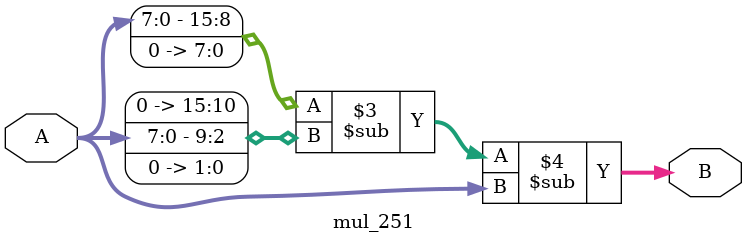
<source format=v>
module mul_251 (
	input [7:0] A ,
	
	output wire [15:0] B 
);
	// 1111_1011 = 1_0000_0000 - 1 - 0100
	assign B = (A << 8) - (A << 2) - A;
	
endmodule
</source>
